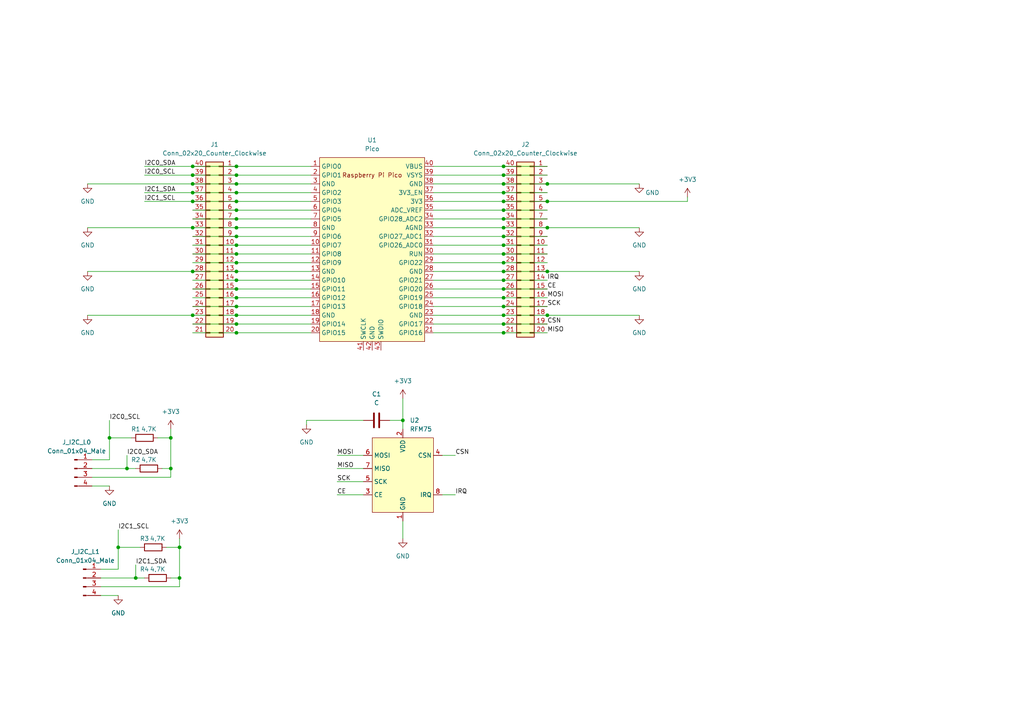
<source format=kicad_sch>
(kicad_sch (version 20211123) (generator eeschema)
  (paper "A4")
  (lib_symbols
    (symbol "Connector:Conn_01x04_Male" (pin_names (offset 1.016) hide)
      (property "Reference" "J" (at 0 5.08 0))
      (property "Value" "Conn_01x04_Male" (at 0 -7.62 0))
      (symbol "Conn_01x04_Male_1_1"
        (polyline (pts (xy 1.27 -5.08) (xy 0.8636 -5.08)) (stroke (width 0.1524)))
        (polyline (pts (xy 1.27 -2.54) (xy 0.8636 -2.54)) (stroke (width 0.1524)))
        (polyline (pts (xy 1.27 0) (xy 0.8636 0)) (stroke (width 0.1524)))
        (polyline (pts (xy 1.27 2.54) (xy 0.8636 2.54)) (stroke (width 0.1524)))
        (rectangle (start 0.8636 -4.953) (end 0 -5.207) (stroke (width 0.1524)) (fill (type outline)))
        (rectangle (start 0.8636 -2.413) (end 0 -2.667) (stroke (width 0.1524)) (fill (type outline)))
        (rectangle (start 0.8636 0.127) (end 0 -0.127) (stroke (width 0.1524)) (fill (type outline)))
        (rectangle (start 0.8636 2.667) (end 0 2.413) (stroke (width 0.1524)) (fill (type outline)))
        (pin passive line (at 5.08 2.54 180) (length 3.81) (name "Pin_1") (number "1"))
        (pin passive line (at 5.08 0 180) (length 3.81) (name "Pin_2") (number "2"))
        (pin passive line (at 5.08 -2.54 180) (length 3.81) (name "Pin_3") (number "3"))
        (pin passive line (at 5.08 -5.08 180) (length 3.81) (name "Pin_4") (number "4"))
      )
    )
    (symbol "Connector_Generic:Conn_02x20_Counter_Clockwise" (pin_names (offset 1.016) hide)
      (property "Reference" "J" (at 1.27 25.4 0))
      (property "Value" "Conn_02x20_Counter_Clockwise" (at 1.27 -27.94 0))
      (symbol "Conn_02x20_Counter_Clockwise_1_1"
        (rectangle (start -1.27 -25.273) (end 0 -25.527) (stroke (width 0.1524)))
        (rectangle (start -1.27 -22.733) (end 0 -22.987) (stroke (width 0.1524)))
        (rectangle (start -1.27 -20.193) (end 0 -20.447) (stroke (width 0.1524)))
        (rectangle (start -1.27 -17.653) (end 0 -17.907) (stroke (width 0.1524)))
        (rectangle (start -1.27 -15.113) (end 0 -15.367) (stroke (width 0.1524)))
        (rectangle (start -1.27 -12.573) (end 0 -12.827) (stroke (width 0.1524)))
        (rectangle (start -1.27 -10.033) (end 0 -10.287) (stroke (width 0.1524)))
        (rectangle (start -1.27 -7.493) (end 0 -7.747) (stroke (width 0.1524)))
        (rectangle (start -1.27 -4.953) (end 0 -5.207) (stroke (width 0.1524)))
        (rectangle (start -1.27 -2.413) (end 0 -2.667) (stroke (width 0.1524)))
        (rectangle (start -1.27 0.127) (end 0 -0.127) (stroke (width 0.1524)))
        (rectangle (start -1.27 2.667) (end 0 2.413) (stroke (width 0.1524)))
        (rectangle (start -1.27 5.207) (end 0 4.953) (stroke (width 0.1524)))
        (rectangle (start -1.27 7.747) (end 0 7.493) (stroke (width 0.1524)))
        (rectangle (start -1.27 10.287) (end 0 10.033) (stroke (width 0.1524)))
        (rectangle (start -1.27 12.827) (end 0 12.573) (stroke (width 0.1524)))
        (rectangle (start -1.27 15.367) (end 0 15.113) (stroke (width 0.1524)))
        (rectangle (start -1.27 17.907) (end 0 17.653) (stroke (width 0.1524)))
        (rectangle (start -1.27 20.447) (end 0 20.193) (stroke (width 0.1524)))
        (rectangle (start -1.27 22.987) (end 0 22.733) (stroke (width 0.1524)))
        (rectangle (start -1.27 24.13) (end 3.81 -26.67) (stroke (width 0.254)) (fill (type background)))
        (rectangle (start 3.81 -25.273) (end 2.54 -25.527) (stroke (width 0.1524)))
        (rectangle (start 3.81 -22.733) (end 2.54 -22.987) (stroke (width 0.1524)))
        (rectangle (start 3.81 -20.193) (end 2.54 -20.447) (stroke (width 0.1524)))
        (rectangle (start 3.81 -17.653) (end 2.54 -17.907) (stroke (width 0.1524)))
        (rectangle (start 3.81 -15.113) (end 2.54 -15.367) (stroke (width 0.1524)))
        (rectangle (start 3.81 -12.573) (end 2.54 -12.827) (stroke (width 0.1524)))
        (rectangle (start 3.81 -10.033) (end 2.54 -10.287) (stroke (width 0.1524)))
        (rectangle (start 3.81 -7.493) (end 2.54 -7.747) (stroke (width 0.1524)))
        (rectangle (start 3.81 -4.953) (end 2.54 -5.207) (stroke (width 0.1524)))
        (rectangle (start 3.81 -2.413) (end 2.54 -2.667) (stroke (width 0.1524)))
        (rectangle (start 3.81 0.127) (end 2.54 -0.127) (stroke (width 0.1524)))
        (rectangle (start 3.81 2.667) (end 2.54 2.413) (stroke (width 0.1524)))
        (rectangle (start 3.81 5.207) (end 2.54 4.953) (stroke (width 0.1524)))
        (rectangle (start 3.81 7.747) (end 2.54 7.493) (stroke (width 0.1524)))
        (rectangle (start 3.81 10.287) (end 2.54 10.033) (stroke (width 0.1524)))
        (rectangle (start 3.81 12.827) (end 2.54 12.573) (stroke (width 0.1524)))
        (rectangle (start 3.81 15.367) (end 2.54 15.113) (stroke (width 0.1524)))
        (rectangle (start 3.81 17.907) (end 2.54 17.653) (stroke (width 0.1524)))
        (rectangle (start 3.81 20.447) (end 2.54 20.193) (stroke (width 0.1524)))
        (rectangle (start 3.81 22.987) (end 2.54 22.733) (stroke (width 0.1524)))
        (pin passive line (at -5.08 22.86 0) (length 3.81) (name "Pin_1") (number "1"))
        (pin passive line (at -5.08 0 0) (length 3.81) (name "Pin_10") (number "10"))
        (pin passive line (at -5.08 -2.54 0) (length 3.81) (name "Pin_11") (number "11"))
        (pin passive line (at -5.08 -5.08 0) (length 3.81) (name "Pin_12") (number "12"))
        (pin passive line (at -5.08 -7.62 0) (length 3.81) (name "Pin_13") (number "13"))
        (pin passive line (at -5.08 -10.16 0) (length 3.81) (name "Pin_14") (number "14"))
        (pin passive line (at -5.08 -12.7 0) (length 3.81) (name "Pin_15") (number "15"))
        (pin passive line (at -5.08 -15.24 0) (length 3.81) (name "Pin_16") (number "16"))
        (pin passive line (at -5.08 -17.78 0) (length 3.81) (name "Pin_17") (number "17"))
        (pin passive line (at -5.08 -20.32 0) (length 3.81) (name "Pin_18") (number "18"))
        (pin passive line (at -5.08 -22.86 0) (length 3.81) (name "Pin_19") (number "19"))
        (pin passive line (at -5.08 20.32 0) (length 3.81) (name "Pin_2") (number "2"))
        (pin passive line (at -5.08 -25.4 0) (length 3.81) (name "Pin_20") (number "20"))
        (pin passive line (at 7.62 -25.4 180) (length 3.81) (name "Pin_21") (number "21"))
        (pin passive line (at 7.62 -22.86 180) (length 3.81) (name "Pin_22") (number "22"))
        (pin passive line (at 7.62 -20.32 180) (length 3.81) (name "Pin_23") (number "23"))
        (pin passive line (at 7.62 -17.78 180) (length 3.81) (name "Pin_24") (number "24"))
        (pin passive line (at 7.62 -15.24 180) (length 3.81) (name "Pin_25") (number "25"))
        (pin passive line (at 7.62 -12.7 180) (length 3.81) (name "Pin_26") (number "26"))
        (pin passive line (at 7.62 -10.16 180) (length 3.81) (name "Pin_27") (number "27"))
        (pin passive line (at 7.62 -7.62 180) (length 3.81) (name "Pin_28") (number "28"))
        (pin passive line (at 7.62 -5.08 180) (length 3.81) (name "Pin_29") (number "29"))
        (pin passive line (at -5.08 17.78 0) (length 3.81) (name "Pin_3") (number "3"))
        (pin passive line (at 7.62 -2.54 180) (length 3.81) (name "Pin_30") (number "30"))
        (pin passive line (at 7.62 0 180) (length 3.81) (name "Pin_31") (number "31"))
        (pin passive line (at 7.62 2.54 180) (length 3.81) (name "Pin_32") (number "32"))
        (pin passive line (at 7.62 5.08 180) (length 3.81) (name "Pin_33") (number "33"))
        (pin passive line (at 7.62 7.62 180) (length 3.81) (name "Pin_34") (number "34"))
        (pin passive line (at 7.62 10.16 180) (length 3.81) (name "Pin_35") (number "35"))
        (pin passive line (at 7.62 12.7 180) (length 3.81) (name "Pin_36") (number "36"))
        (pin passive line (at 7.62 15.24 180) (length 3.81) (name "Pin_37") (number "37"))
        (pin passive line (at 7.62 17.78 180) (length 3.81) (name "Pin_38") (number "38"))
        (pin passive line (at 7.62 20.32 180) (length 3.81) (name "Pin_39") (number "39"))
        (pin passive line (at -5.08 15.24 0) (length 3.81) (name "Pin_4") (number "4"))
        (pin passive line (at 7.62 22.86 180) (length 3.81) (name "Pin_40") (number "40"))
        (pin passive line (at -5.08 12.7 0) (length 3.81) (name "Pin_5") (number "5"))
        (pin passive line (at -5.08 10.16 0) (length 3.81) (name "Pin_6") (number "6"))
        (pin passive line (at -5.08 7.62 0) (length 3.81) (name "Pin_7") (number "7"))
        (pin passive line (at -5.08 5.08 0) (length 3.81) (name "Pin_8") (number "8"))
        (pin passive line (at -5.08 2.54 0) (length 3.81) (name "Pin_9") (number "9"))
      )
    )
    (symbol "Device:C" (pin_numbers hide) (pin_names (offset 0.254))
      (property "Reference" "C" (at 0.635 2.54 0))
      (property "Value" "C" (at 0.635 -2.54 0))
      (symbol "C_0_1"
        (polyline (pts (xy -2.032 -0.762) (xy 2.032 -0.762)) (stroke (width 0.508)))
        (polyline (pts (xy -2.032 0.762) (xy 2.032 0.762)) (stroke (width 0.508)))
      )
      (symbol "C_1_1"
        (pin passive line (at 0 3.81 270) (length 2.794) (name "~") (number "1"))
        (pin passive line (at 0 -3.81 90) (length 2.794) (name "~") (number "2"))
      )
    )
    (symbol "Device:R" (pin_numbers hide) (pin_names (offset 0))
      (property "Reference" "R" (at 2.032 0 90))
      (property "Value" "R" (at 0 0 90))
      (symbol "R_0_1"
        (rectangle (start -1.016 -2.54) (end 1.016 2.54) (stroke (width 0.254)))
      )
      (symbol "R_1_1"
        (pin passive line (at 0 3.81 270) (length 1.27) (name "~") (number "1"))
        (pin passive line (at 0 -3.81 90) (length 1.27) (name "~") (number "2"))
      )
    )
    (symbol "MCU_RaspberryPi_and_Boards:Pico"
      (property "Reference" "U" (at -13.97 27.94 0))
      (property "Value" "Pico" (at 0 19.05 0))
      (symbol "Pico_0_0"
        (text "Raspberry Pi Pico" (at 0 21.59 0) (effects (font (size 1.27 1.27))))
      )
      (symbol "Pico_0_1"
        (rectangle (start -15.24 26.67) (end 15.24 -26.67) (fill (type background)))
      )
      (symbol "Pico_1_1"
        (pin bidirectional line (at -17.78 24.13 0) (length 2.54) (name "GPIO0") (number "1"))
        (pin bidirectional line (at -17.78 1.27 0) (length 2.54) (name "GPIO7") (number "10"))
        (pin bidirectional line (at -17.78 -1.27 0) (length 2.54) (name "GPIO8") (number "11"))
        (pin bidirectional line (at -17.78 -3.81 0) (length 2.54) (name "GPIO9") (number "12"))
        (pin power_in line (at -17.78 -6.35 0) (length 2.54) (name "GND") (number "13"))
        (pin bidirectional line (at -17.78 -8.89 0) (length 2.54) (name "GPIO10") (number "14"))
        (pin bidirectional line (at -17.78 -11.43 0) (length 2.54) (name "GPIO11") (number "15"))
        (pin bidirectional line (at -17.78 -13.97 0) (length 2.54) (name "GPIO12") (number "16"))
        (pin bidirectional line (at -17.78 -16.51 0) (length 2.54) (name "GPIO13") (number "17"))
        (pin power_in line (at -17.78 -19.05 0) (length 2.54) (name "GND") (number "18"))
        (pin bidirectional line (at -17.78 -21.59 0) (length 2.54) (name "GPIO14") (number "19"))
        (pin bidirectional line (at -17.78 21.59 0) (length 2.54) (name "GPIO1") (number "2"))
        (pin bidirectional line (at -17.78 -24.13 0) (length 2.54) (name "GPIO15") (number "20"))
        (pin bidirectional line (at 17.78 -24.13 180) (length 2.54) (name "GPIO16") (number "21"))
        (pin bidirectional line (at 17.78 -21.59 180) (length 2.54) (name "GPIO17") (number "22"))
        (pin power_in line (at 17.78 -19.05 180) (length 2.54) (name "GND") (number "23"))
        (pin bidirectional line (at 17.78 -16.51 180) (length 2.54) (name "GPIO18") (number "24"))
        (pin bidirectional line (at 17.78 -13.97 180) (length 2.54) (name "GPIO19") (number "25"))
        (pin bidirectional line (at 17.78 -11.43 180) (length 2.54) (name "GPIO20") (number "26"))
        (pin bidirectional line (at 17.78 -8.89 180) (length 2.54) (name "GPIO21") (number "27"))
        (pin power_in line (at 17.78 -6.35 180) (length 2.54) (name "GND") (number "28"))
        (pin bidirectional line (at 17.78 -3.81 180) (length 2.54) (name "GPIO22") (number "29"))
        (pin power_in line (at -17.78 19.05 0) (length 2.54) (name "GND") (number "3"))
        (pin input line (at 17.78 -1.27 180) (length 2.54) (name "RUN") (number "30"))
        (pin bidirectional line (at 17.78 1.27 180) (length 2.54) (name "GPIO26_ADC0") (number "31"))
        (pin bidirectional line (at 17.78 3.81 180) (length 2.54) (name "GPIO27_ADC1") (number "32"))
        (pin power_in line (at 17.78 6.35 180) (length 2.54) (name "AGND") (number "33"))
        (pin bidirectional line (at 17.78 8.89 180) (length 2.54) (name "GPIO28_ADC2") (number "34"))
        (pin power_in line (at 17.78 11.43 180) (length 2.54) (name "ADC_VREF") (number "35"))
        (pin power_in line (at 17.78 13.97 180) (length 2.54) (name "3V3") (number "36"))
        (pin input line (at 17.78 16.51 180) (length 2.54) (name "3V3_EN") (number "37"))
        (pin bidirectional line (at 17.78 19.05 180) (length 2.54) (name "GND") (number "38"))
        (pin power_in line (at 17.78 21.59 180) (length 2.54) (name "VSYS") (number "39"))
        (pin bidirectional line (at -17.78 16.51 0) (length 2.54) (name "GPIO2") (number "4"))
        (pin power_in line (at 17.78 24.13 180) (length 2.54) (name "VBUS") (number "40"))
        (pin input line (at -2.54 -29.21 90) (length 2.54) (name "SWCLK") (number "41"))
        (pin power_in line (at 0 -29.21 90) (length 2.54) (name "GND") (number "42"))
        (pin bidirectional line (at 2.54 -29.21 90) (length 2.54) (name "SWDIO") (number "43"))
        (pin bidirectional line (at -17.78 13.97 0) (length 2.54) (name "GPIO3") (number "5"))
        (pin bidirectional line (at -17.78 11.43 0) (length 2.54) (name "GPIO4") (number "6"))
        (pin bidirectional line (at -17.78 8.89 0) (length 2.54) (name "GPIO5") (number "7"))
        (pin power_in line (at -17.78 6.35 0) (length 2.54) (name "GND") (number "8"))
        (pin bidirectional line (at -17.78 3.81 0) (length 2.54) (name "GPIO6") (number "9"))
      )
    )
    (symbol "RFM75:RFM75"
      (property "Reference" "U" (at -1.27 2.54 0))
      (property "Value" "RFM75" (at 1.27 5.08 0))
      (symbol "RFM75_0_1"
        (rectangle (start 0 0) (end 17.78 -21.59) (fill (type background)))
      )
      (symbol "RFM75_1_1"
        (pin power_in line (at 8.89 -24.13 90) (length 2.54) (name "GND") (number "1"))
        (pin power_in line (at 8.89 2.54 270) (length 2.54) (name "VDD") (number "2"))
        (pin power_in line (at -2.54 -16.51 0) (length 2.54) (name "CE") (number "3"))
        (pin power_in line (at 20.32 -5.08 180) (length 2.54) (name "CSN") (number "4"))
        (pin power_in line (at -2.54 -12.7 0) (length 2.54) (name "SCK") (number "5"))
        (pin power_in line (at -2.54 -5.08 0) (length 2.54) (name "MOSI") (number "6"))
        (pin power_in line (at -2.54 -8.89 0) (length 2.54) (name "MISO") (number "7"))
        (pin power_in line (at 20.32 -16.51 180) (length 2.54) (name "IRQ") (number "8"))
      )
    )
    (symbol "power:+3.3V" (power) (pin_names (offset 0))
      (property "Value" "+3.3V" (at 0 3.556 0))
      (symbol "+3.3V_0_1"
        (polyline (pts (xy -0.762 1.27) (xy 0 2.54)))
        (polyline (pts (xy 0 0) (xy 0 2.54)))
        (polyline (pts (xy 0 2.54) (xy 0.762 1.27)))
      )
      (symbol "+3.3V_1_1"
        (pin power_in line (at 0 0 90) (length 0) hide (name "+3V3") (number "1"))
      )
    )
    (symbol "power:GND" (power) (pin_names (offset 0))
      (property "Value" "GND" (at 0 -3.81 0))
      (symbol "GND_0_1"
        (polyline (pts (xy 0 0) (xy 0 -1.27) (xy 1.27 -1.27) (xy 0 -2.54) (xy -1.27 -1.27) (xy 0 -1.27)))
      )
      (symbol "GND_1_1"
        (pin power_in line (at 0 0 270) (length 0) hide (name "GND") (number "1"))
      )
    )
  )
  (junction (at 68.58 53.34))
  (junction (at 146.05 55.88))
  (junction (at 52.07 167.64))
  (junction (at 146.05 60.96))
  (junction (at 146.05 83.82))
  (junction (at 146.05 91.44))
  (junction (at 36.83 135.89))
  (junction (at 55.88 78.74))
  (junction (at 146.05 71.12))
  (junction (at 68.58 48.26))
  (junction (at 68.58 93.98))
  (junction (at 68.58 91.44))
  (junction (at 158.75 91.44))
  (junction (at 146.05 53.34))
  (junction (at 31.75 127))
  (junction (at 158.75 58.42))
  (junction (at 34.29 158.75))
  (junction (at 68.58 96.52))
  (junction (at 146.05 78.74))
  (junction (at 52.07 158.75))
  (junction (at 158.75 78.74))
  (junction (at 55.88 55.88))
  (junction (at 68.58 83.82))
  (junction (at 68.58 73.66))
  (junction (at 146.05 48.26))
  (junction (at 68.58 78.74))
  (junction (at 146.05 76.2))
  (junction (at 116.84 121.92))
  (junction (at 55.88 91.44))
  (junction (at 68.58 60.96))
  (junction (at 49.53 135.89))
  (junction (at 146.05 63.5))
  (junction (at 55.88 48.26))
  (junction (at 68.58 66.04))
  (junction (at 146.05 73.66))
  (junction (at 146.05 81.28))
  (junction (at 68.58 68.58))
  (junction (at 146.05 50.8))
  (junction (at 68.58 55.88))
  (junction (at 55.88 53.34))
  (junction (at 68.58 88.9))
  (junction (at 68.58 71.12))
  (junction (at 55.88 66.04))
  (junction (at 68.58 76.2))
  (junction (at 39.37 167.64))
  (junction (at 55.88 50.8))
  (junction (at 158.75 53.34))
  (junction (at 146.05 58.42))
  (junction (at 68.58 63.5))
  (junction (at 68.58 86.36))
  (junction (at 146.05 66.04))
  (junction (at 68.58 81.28))
  (junction (at 146.05 86.36))
  (junction (at 49.53 127))
  (junction (at 146.05 68.58))
  (junction (at 146.05 96.52))
  (junction (at 158.75 66.04))
  (junction (at 146.05 93.98))
  (junction (at 68.58 58.42))
  (junction (at 55.88 58.42))
  (junction (at 68.58 50.8))
  (junction (at 146.05 88.9))
  (wire (pts (xy 185.42 53.34) (xy 158.75 53.34)))
  (wire (pts (xy 68.58 93.98) (xy 90.17 93.98)))
  (wire (pts (xy 146.05 50.8) (xy 125.73 50.8)))
  (wire (pts (xy 25.4 78.74) (xy 55.88 78.74)))
  (wire (pts (xy 55.88 73.66) (xy 68.58 73.66)))
  (wire (pts (xy 146.05 96.52) (xy 158.75 96.52)))
  (wire (pts (xy 88.9 121.92) (xy 88.9 123.19)))
  (wire (pts (xy 49.53 127) (xy 49.53 124.46)))
  (wire (pts (xy 68.58 96.52) (xy 90.17 96.52)))
  (wire (pts (xy 55.88 86.36) (xy 68.58 86.36)))
  (wire (pts (xy 55.88 93.98) (xy 68.58 93.98)))
  (wire (pts (xy 26.67 133.35) (xy 31.75 133.35)))
  (wire (pts (xy 116.84 151.13) (xy 116.84 156.21)))
  (wire (pts (xy 146.05 81.28) (xy 125.73 81.28)))
  (wire (pts (xy 146.05 91.44) (xy 125.73 91.44)))
  (wire (pts (xy 36.83 135.89) (xy 39.37 135.89)))
  (wire (pts (xy 55.88 48.26) (xy 68.58 48.26)))
  (wire (pts (xy 146.05 48.26) (xy 158.75 48.26)))
  (wire (pts (xy 48.26 158.75) (xy 52.07 158.75)))
  (wire (pts (xy 146.05 58.42) (xy 158.75 58.42)))
  (wire (pts (xy 146.05 88.9) (xy 125.73 88.9)))
  (wire (pts (xy 146.05 93.98) (xy 158.75 93.98)))
  (wire (pts (xy 97.79 139.7) (xy 105.41 139.7)))
  (wire (pts (xy 105.41 121.92) (xy 88.9 121.92)))
  (wire (pts (xy 146.05 68.58) (xy 158.75 68.58)))
  (wire (pts (xy 31.75 121.92) (xy 31.75 127)))
  (wire (pts (xy 29.21 167.64) (xy 39.37 167.64)))
  (wire (pts (xy 68.58 86.36) (xy 90.17 86.36)))
  (wire (pts (xy 31.75 127) (xy 38.1 127)))
  (wire (pts (xy 68.58 83.82) (xy 90.17 83.82)))
  (wire (pts (xy 146.05 73.66) (xy 125.73 73.66)))
  (wire (pts (xy 68.58 73.66) (xy 90.17 73.66)))
  (wire (pts (xy 146.05 78.74) (xy 158.75 78.74)))
  (wire (pts (xy 55.88 50.8) (xy 68.58 50.8)))
  (wire (pts (xy 55.88 63.5) (xy 68.58 63.5)))
  (wire (pts (xy 55.88 78.74) (xy 68.58 78.74)))
  (wire (pts (xy 55.88 88.9) (xy 68.58 88.9)))
  (wire (pts (xy 146.05 48.26) (xy 125.73 48.26)))
  (wire (pts (xy 55.88 96.52) (xy 68.58 96.52)))
  (wire (pts (xy 49.53 167.64) (xy 52.07 167.64)))
  (wire (pts (xy 146.05 76.2) (xy 125.73 76.2)))
  (wire (pts (xy 97.79 143.51) (xy 105.41 143.51)))
  (wire (pts (xy 68.58 66.04) (xy 90.17 66.04)))
  (wire (pts (xy 128.27 132.08) (xy 132.08 132.08)))
  (wire (pts (xy 68.58 76.2) (xy 90.17 76.2)))
  (wire (pts (xy 26.67 138.43) (xy 49.53 138.43)))
  (wire (pts (xy 39.37 167.64) (xy 41.91 167.64)))
  (wire (pts (xy 68.58 81.28) (xy 90.17 81.28)))
  (wire (pts (xy 116.84 115.57) (xy 116.84 121.92)))
  (wire (pts (xy 146.05 68.58) (xy 125.73 68.58)))
  (wire (pts (xy 68.58 48.26) (xy 90.17 48.26)))
  (wire (pts (xy 52.07 167.64) (xy 52.07 158.75)))
  (wire (pts (xy 25.4 91.44) (xy 55.88 91.44)))
  (wire (pts (xy 146.05 86.36) (xy 158.75 86.36)))
  (wire (pts (xy 29.21 165.1) (xy 34.29 165.1)))
  (wire (pts (xy 146.05 66.04) (xy 158.75 66.04)))
  (wire (pts (xy 55.88 91.44) (xy 68.58 91.44)))
  (wire (pts (xy 55.88 76.2) (xy 68.58 76.2)))
  (wire (pts (xy 97.79 135.89) (xy 105.41 135.89)))
  (wire (pts (xy 29.21 170.18) (xy 52.07 170.18)))
  (wire (pts (xy 146.05 66.04) (xy 125.73 66.04)))
  (wire (pts (xy 68.58 58.42) (xy 90.17 58.42)))
  (wire (pts (xy 55.88 55.88) (xy 68.58 55.88)))
  (wire (pts (xy 146.05 76.2) (xy 158.75 76.2)))
  (wire (pts (xy 146.05 96.52) (xy 125.73 96.52)))
  (wire (pts (xy 49.53 138.43) (xy 49.53 135.89)))
  (wire (pts (xy 68.58 68.58) (xy 90.17 68.58)))
  (wire (pts (xy 25.4 53.34) (xy 55.88 53.34)))
  (wire (pts (xy 146.05 50.8) (xy 158.75 50.8)))
  (wire (pts (xy 146.05 53.34) (xy 125.73 53.34)))
  (wire (pts (xy 158.75 78.74) (xy 185.42 78.74)))
  (wire (pts (xy 146.05 93.98) (xy 125.73 93.98)))
  (wire (pts (xy 55.88 71.12) (xy 68.58 71.12)))
  (wire (pts (xy 68.58 50.8) (xy 90.17 50.8)))
  (wire (pts (xy 41.91 48.26) (xy 55.88 48.26)))
  (wire (pts (xy 55.88 60.96) (xy 68.58 60.96)))
  (wire (pts (xy 146.05 86.36) (xy 125.73 86.36)))
  (wire (pts (xy 46.99 135.89) (xy 49.53 135.89)))
  (wire (pts (xy 49.53 135.89) (xy 49.53 127)))
  (wire (pts (xy 41.91 58.42) (xy 55.88 58.42)))
  (wire (pts (xy 146.05 55.88) (xy 158.75 55.88)))
  (wire (pts (xy 55.88 58.42) (xy 68.58 58.42)))
  (wire (pts (xy 146.05 78.74) (xy 125.73 78.74)))
  (wire (pts (xy 26.67 140.97) (xy 31.75 140.97)))
  (wire (pts (xy 68.58 91.44) (xy 90.17 91.44)))
  (wire (pts (xy 113.03 121.92) (xy 116.84 121.92)))
  (wire (pts (xy 146.05 63.5) (xy 158.75 63.5)))
  (wire (pts (xy 68.58 78.74) (xy 90.17 78.74)))
  (wire (pts (xy 146.05 83.82) (xy 125.73 83.82)))
  (wire (pts (xy 41.91 55.88) (xy 55.88 55.88)))
  (wire (pts (xy 68.58 60.96) (xy 90.17 60.96)))
  (wire (pts (xy 146.05 71.12) (xy 125.73 71.12)))
  (wire (pts (xy 29.21 172.72) (xy 34.29 172.72)))
  (wire (pts (xy 146.05 53.34) (xy 158.75 53.34)))
  (wire (pts (xy 25.4 66.04) (xy 55.88 66.04)))
  (wire (pts (xy 34.29 158.75) (xy 40.64 158.75)))
  (wire (pts (xy 55.88 81.28) (xy 68.58 81.28)))
  (wire (pts (xy 34.29 153.67) (xy 34.29 158.75)))
  (wire (pts (xy 146.05 63.5) (xy 125.73 63.5)))
  (wire (pts (xy 68.58 53.34) (xy 90.17 53.34)))
  (wire (pts (xy 41.91 50.8) (xy 55.88 50.8)))
  (wire (pts (xy 128.27 143.51) (xy 132.08 143.51)))
  (wire (pts (xy 68.58 55.88) (xy 90.17 55.88)))
  (wire (pts (xy 146.05 83.82) (xy 158.75 83.82)))
  (wire (pts (xy 55.88 83.82) (xy 68.58 83.82)))
  (wire (pts (xy 52.07 170.18) (xy 52.07 167.64)))
  (wire (pts (xy 55.88 66.04) (xy 68.58 66.04)))
  (wire (pts (xy 146.05 71.12) (xy 158.75 71.12)))
  (wire (pts (xy 55.88 53.34) (xy 68.58 53.34)))
  (wire (pts (xy 146.05 88.9) (xy 158.75 88.9)))
  (wire (pts (xy 26.67 135.89) (xy 36.83 135.89)))
  (wire (pts (xy 52.07 158.75) (xy 52.07 156.21)))
  (wire (pts (xy 146.05 58.42) (xy 125.73 58.42)))
  (wire (pts (xy 146.05 91.44) (xy 158.75 91.44)))
  (wire (pts (xy 158.75 91.44) (xy 185.42 91.44)))
  (wire (pts (xy 68.58 63.5) (xy 90.17 63.5)))
  (wire (pts (xy 68.58 71.12) (xy 90.17 71.12)))
  (wire (pts (xy 116.84 121.92) (xy 116.84 124.46)))
  (wire (pts (xy 31.75 127) (xy 31.75 133.35)))
  (wire (pts (xy 68.58 88.9) (xy 90.17 88.9)))
  (wire (pts (xy 97.79 132.08) (xy 105.41 132.08)))
  (wire (pts (xy 158.75 66.04) (xy 185.42 66.04)))
  (wire (pts (xy 45.72 127) (xy 49.53 127)))
  (wire (pts (xy 158.75 58.42) (xy 199.39 58.42)))
  (wire (pts (xy 146.05 60.96) (xy 125.73 60.96)))
  (wire (pts (xy 55.88 68.58) (xy 68.58 68.58)))
  (wire (pts (xy 146.05 73.66) (xy 158.75 73.66)))
  (wire (pts (xy 34.29 158.75) (xy 34.29 165.1)))
  (wire (pts (xy 146.05 81.28) (xy 158.75 81.28)))
  (wire (pts (xy 39.37 163.83) (xy 39.37 167.64)))
  (wire (pts (xy 146.05 55.88) (xy 125.73 55.88)))
  (wire (pts (xy 199.39 57.15) (xy 199.39 58.42)))
  (wire (pts (xy 146.05 60.96) (xy 158.75 60.96)))
  (wire (pts (xy 36.83 132.08) (xy 36.83 135.89)))
  (label "MOSI" (at 97.79 132.08 0))
  (label "SCK" (at 97.79 139.7 0))
  (label "I2C1_SDA" (at 39.37 163.83 0))
  (label "CE" (at 97.79 143.51 0))
  (label "CSN" (at 158.75 93.98 0))
  (label "SCK" (at 158.75 88.9 0))
  (label "I2C0_SCL" (at 31.75 121.92 0))
  (label "MISO" (at 158.75 96.52 0))
  (label "CSN" (at 132.08 132.08 0))
  (label "CE" (at 158.75 83.82 0))
  (label "IRQ" (at 132.08 143.51 0))
  (label "I2C1_SCL" (at 41.91 58.42 0))
  (label "I2C0_SDA" (at 36.83 132.08 0))
  (label "IRQ" (at 158.75 81.28 0))
  (label "MOSI" (at 158.75 86.36 0))
  (label "I2C1_SCL" (at 34.29 153.67 0))
  (label "MISO" (at 97.79 135.89 0))
  (label "I2C0_SDA" (at 41.91 48.26 0))
  (label "I2C1_SDA" (at 41.91 55.88 0))
  (label "I2C0_SCL" (at 41.91 50.8 0))
  (symbol (lib_id "power:GND") (at 34.29 172.72 0) (unit 1)
    (property "Reference" "#PWR0106" (effects hide))
    (property "Value" "GND" (at 34.29 177.8 0))
  )
  (symbol (lib_id "Device:R") (at 45.72 167.64 90) (unit 1)
    (property "Reference" "R4" (at 41.91 165.1 90))
    (property "Value" "4,7K" (at 45.72 165.1 90))
    (property "Footprint" "Resistor_SMD:R_1206_3216Metric_Pad1.30x1.75mm_HandSolder" (effects hide))
  )
  (symbol (lib_id "power:GND") (at 185.42 78.74 0) (unit 1)
    (property "Reference" "#PWR0112" (effects hide))
    (property "Value" "GND" (at 185.42 83.82 0))
  )
  (symbol (lib_id "Connector_Generic:Conn_02x20_Counter_Clockwise") (at 153.67 71.12 0) (mirror y) (unit 1)
    (property "Reference" "J2" (at 152.4 41.91 0))
    (property "Value" "Conn_02x20_Counter_Clockwise" (at 152.4 44.45 0))
    (property "Footprint" "Connector_PinHeader_2.54mm:PinHeader_2x20_P2.54mm_Vertical" (effects hide))
  )
  (symbol (lib_id "power:+3.3V") (at 116.84 115.57 0) (unit 1)
    (property "Reference" "#PWR0116" (effects hide))
    (property "Value" "+3.3V" (at 116.84 110.49 0))
  )
  (symbol (lib_id "Connector_Generic:Conn_02x20_Counter_Clockwise") (at 63.5 71.12 0) (mirror y) (unit 1)
    (property "Reference" "J1" (at 62.23 41.91 0))
    (property "Value" "Conn_02x20_Counter_Clockwise" (at 62.23 44.45 0))
    (property "Footprint" "Connector_PinHeader_2.54mm:PinHeader_2x20_P2.54mm_Vertical" (effects hide))
  )
  (symbol (lib_id "power:GND") (at 116.84 156.21 0) (unit 1)
    (property "Reference" "#PWR0110" (effects hide))
    (property "Value" "GND" (at 116.84 161.29 0))
  )
  (symbol (lib_id "power:+3.3V") (at 49.53 124.46 0) (unit 1)
    (property "Reference" "#PWR0107" (effects hide))
    (property "Value" "+3.3V" (at 49.53 119.38 0))
  )
  (symbol (lib_id "power:GND") (at 25.4 78.74 0) (unit 1)
    (property "Reference" "#PWR0104" (effects hide))
    (property "Value" "GND" (at 25.4 83.82 0))
  )
  (symbol (lib_id "Device:R") (at 44.45 158.75 90) (unit 1)
    (property "Reference" "R3" (at 41.91 156.21 90))
    (property "Value" "4,7K" (at 45.72 156.21 90))
    (property "Footprint" "Resistor_SMD:R_1206_3216Metric_Pad1.30x1.75mm_HandSolder" (effects hide))
  )
  (symbol (lib_id "power:GND") (at 185.42 66.04 0) (unit 1)
    (property "Reference" "#PWR0113" (effects hide))
    (property "Value" "GND" (at 185.42 71.12 0))
  )
  (symbol (lib_id "power:GND") (at 25.4 66.04 0) (unit 1)
    (property "Reference" "#PWR0103" (effects hide))
    (property "Value" "GND" (at 25.4 71.12 0))
  )
  (symbol (lib_id "Device:C") (at 109.22 121.92 270) (unit 1)
    (property "Reference" "C1" (at 109.22 114.3 90))
    (property "Value" "C" (at 109.22 116.84 90))
    (property "Footprint" "Capacitor_SMD:C_1206_3216Metric_Pad1.33x1.80mm_HandSolder" (effects hide))
  )
  (symbol (lib_id "power:GND") (at 185.42 53.34 0) (unit 1)
    (property "Reference" "#PWR0114" (effects hide))
    (property "Value" "GND" (at 189.23 55.88 0))
  )
  (symbol (lib_id "Device:R") (at 41.91 127 90) (unit 1)
    (property "Reference" "R1" (at 39.37 124.46 90))
    (property "Value" "4,7K" (at 43.18 124.46 90))
    (property "Footprint" "Resistor_SMD:R_1206_3216Metric_Pad1.30x1.75mm_HandSolder" (effects hide))
  )
  (symbol (lib_id "Connector:Conn_01x04_Male") (at 21.59 135.89 0) (unit 1)
    (property "Reference" "J_I2C_L0" (at 22.225 128.27 0))
    (property "Value" "Conn_01x04_Male" (at 22.225 130.81 0))
    (property "Footprint" "Connector_PinHeader_2.00mm:PinHeader_1x04_P2.00mm_Vertical" (effects hide))
  )
  (symbol (lib_id "Device:R") (at 43.18 135.89 90) (unit 1)
    (property "Reference" "R2" (at 39.37 133.35 90))
    (property "Value" "4,7K" (at 43.18 133.35 90))
    (property "Footprint" "Resistor_SMD:R_1206_3216Metric_Pad1.30x1.75mm_HandSolder" (effects hide))
  )
  (symbol (lib_id "Connector:Conn_01x04_Male") (at 24.13 167.64 0) (unit 1)
    (property "Reference" "J_I2C_L1" (at 24.765 160.02 0))
    (property "Value" "Conn_01x04_Male" (at 24.765 162.56 0))
    (property "Footprint" "Connector_PinHeader_2.00mm:PinHeader_1x04_P2.00mm_Vertical" (effects hide))
  )
  (symbol (lib_id "power:GND") (at 25.4 91.44 0) (unit 1)
    (property "Reference" "#PWR0101" (effects hide))
    (property "Value" "GND" (at 25.4 96.52 0))
  )
  (symbol (lib_id "power:GND") (at 88.9 123.19 0) (unit 1)
    (property "Reference" "#PWR0109" (effects hide))
    (property "Value" "GND" (at 88.9 128.27 0))
  )
  (symbol (lib_id "MCU_RaspberryPi_and_Boards:Pico") (at 107.95 72.39 0) (unit 1)
    (property "Reference" "U1" (at 107.95 40.64 0))
    (property "Value" "Pico" (at 107.95 43.18 0))
    (property "Footprint" "MCU_RaspberryPi_and_Boards:RPi_Pico_SMD_TH" (effects hide))
  )
  (symbol (lib_id "power:+3.3V") (at 52.07 156.21 0) (unit 1)
    (property "Reference" "#PWR0108" (effects hide))
    (property "Value" "+3.3V" (at 52.07 151.13 0))
  )
  (symbol (lib_id "RFM75:RFM75") (at 107.95 127 0) (unit 1)
    (property "Reference" "U2" (at 118.8594 121.92 0) (effects (justify left)))
    (property "Value" "RFM75" (at 118.8594 124.46 0) (effects (justify left)))
    (property "Footprint" "rfm75:RFM75" (effects hide))
  )
  (symbol (lib_id "power:GND") (at 185.42 91.44 0) (unit 1)
    (property "Reference" "#PWR0111" (effects hide))
    (property "Value" "GND" (at 185.42 96.52 0))
  )
  (symbol (lib_id "power:GND") (at 31.75 140.97 0) (unit 1)
    (property "Reference" "#PWR0105" (effects hide))
    (property "Value" "GND" (at 31.75 146.05 0))
  )
  (symbol (lib_id "power:+3.3V") (at 199.39 57.15 0) (unit 1)
    (property "Reference" "#PWR0115" (effects hide))
    (property "Value" "+3.3V" (at 199.39 52.07 0))
  )
  (symbol (lib_id "power:GND") (at 25.4 53.34 0) (unit 1)
    (property "Reference" "#PWR0102" (effects hide))
    (property "Value" "GND" (at 25.4 58.42 0))
  )
)
</source>
